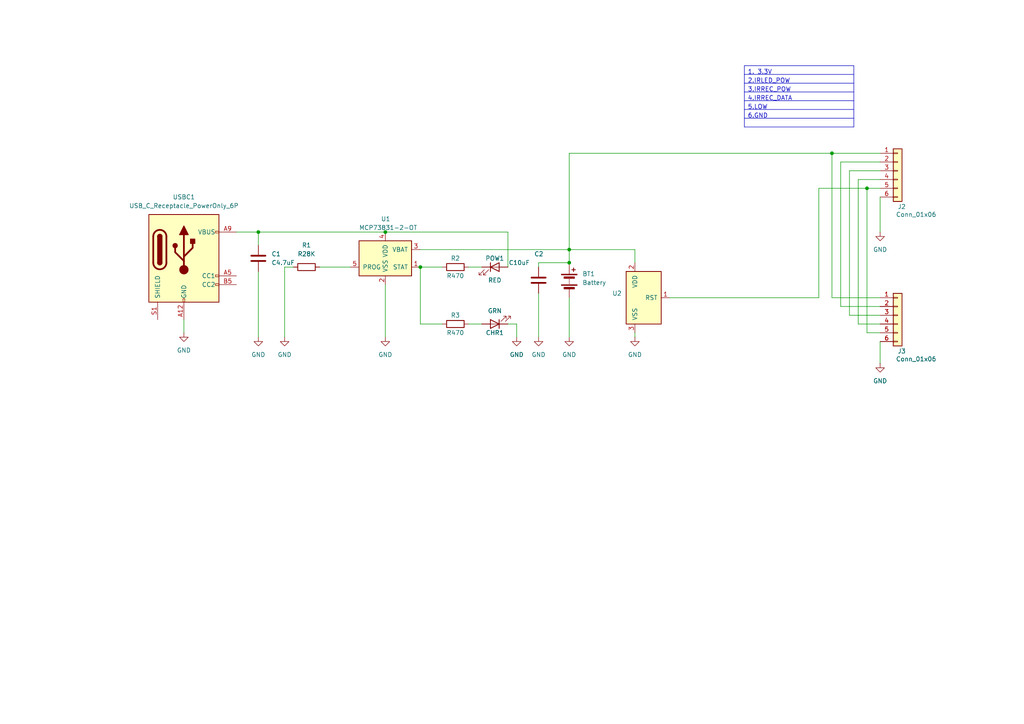
<source format=kicad_sch>
(kicad_sch (version 20250114) (generator "eeschema") (generator_version "9.0")
  (paper "A4")
  (lib_symbols
    (symbol "Battery_Management:MCP73831-2-OT" (pin_names (offset 1.016))
      (property "Reference" "U" (at -7.62 6.35 0))
      (property "Value" "MCP73831-2-OT" (at 1.27 6.35 0))
      (symbol "MCP73831-2-OT_0_1"
        (rectangle (start -7.62 5.08) (end 7.62 -5.08) (stroke (width 0.254)) (fill (type background)))
      )
      (symbol "MCP73831-2-OT_1_1"
        (pin input line (at -10.16 -2.54 0) (length 2.54) (name "PROG") (number "5"))
        (pin power_in line (at 0 7.62 270) (length 2.54) (name "VDD") (number "4"))
        (pin power_in line (at 0 -7.62 90) (length 2.54) (name "VSS") (number "2"))
        (pin power_out line (at 10.16 2.54 180) (length 2.54) (name "VBAT") (number "3"))
        (pin output line (at 10.16 -2.54 180) (length 2.54) (name "STAT") (number "1"))
      )
    )
    (symbol "Connector:USB_C_Receptacle_PowerOnly_6P" (pin_names (offset 1.016))
      (property "Reference" "J" (at 0 16.51 0))
      (property "Value" "USB_C_Receptacle_PowerOnly_6P" (at 0 13.97 0))
      (symbol "USB_C_Receptacle_PowerOnly_6P_0_0"
        (rectangle (start -0.254 -12.7) (end 0.254 -11.684))
        (rectangle (start 10.16 7.874) (end 9.144 7.366))
        (rectangle (start 10.16 -4.826) (end 9.144 -5.334))
        (rectangle (start 10.16 -7.366) (end 9.144 -7.874))
      )
      (symbol "USB_C_Receptacle_PowerOnly_6P_0_1"
        (rectangle (start -10.16 12.7) (end 10.16 -12.7) (stroke (width 0.254)) (fill (type background)))
        (polyline (pts (xy -8.89 -1.27) (xy -8.89 6.35)) (stroke (width 0.508)))
        (rectangle (start -7.62 -1.27) (end -6.35 6.35) (stroke (width 0.254)) (fill (type outline)))
        (arc (start -7.62 6.35) (mid -6.985 6.9822) (end -6.35 6.35) (stroke (width 0.254)))
        (arc (start -7.62 6.35) (mid -6.985 6.9822) (end -6.35 6.35) (stroke (width 0.254)) (fill (type outline)))
        (arc (start -8.89 6.35) (mid -6.985 8.2466) (end -5.08 6.35) (stroke (width 0.508)))
        (arc (start -5.08 -1.27) (mid -6.985 -3.1666) (end -8.89 -1.27) (stroke (width 0.508)))
        (arc (start -6.35 -1.27) (mid -6.985 -1.9022) (end -7.62 -1.27) (stroke (width 0.254)))
        (arc (start -6.35 -1.27) (mid -6.985 -1.9022) (end -7.62 -1.27) (stroke (width 0.254)) (fill (type outline)))
        (polyline (pts (xy -5.08 6.35) (xy -5.08 -1.27)) (stroke (width 0.508)))
        (circle (center -2.54 3.683) (radius 0.635) (stroke (width 0.254)) (fill (type outline)))
        (polyline (pts (xy -1.27 6.858) (xy 0 9.398) (xy 1.27 6.858) (xy -1.27 6.858)) (stroke (width 0.254)) (fill (type outline)))
        (polyline (pts (xy 0 0.508) (xy 2.54 3.048) (xy 2.54 4.318)) (stroke (width 0.508)))
        (polyline (pts (xy 0 -0.762) (xy -2.54 1.778) (xy -2.54 3.048)) (stroke (width 0.508)))
        (polyline (pts (xy 0 -3.302) (xy 0 6.858)) (stroke (width 0.508)))
        (circle (center 0 -3.302) (radius 1.27) (fill (type outline)))
        (rectangle (start 1.905 4.318) (end 3.175 5.588) (stroke (width 0.254)) (fill (type outline)))
      )
      (symbol "USB_C_Receptacle_PowerOnly_6P_1_1"
        (pin passive line (at -7.62 -17.78 90) (length 5.08) (name "SHIELD") (number "S1"))
        (pin passive line (at 0 -17.78 90) (length 5.08) (name "GND") (number "A12"))
        (pin passive line (at 0 -17.78 90) (length 5.08) (hide yes) (name "GND") (number "B12"))
        (pin passive line (at 15.24 7.62 180) (length 5.08) (name "VBUS") (number "A9"))
        (pin passive line (at 15.24 7.62 180) (length 5.08) (hide yes) (name "VBUS") (number "B9"))
        (pin bidirectional line (at 15.24 -5.08 180) (length 5.08) (name "CC1") (number "A5"))
        (pin bidirectional line (at 15.24 -7.62 180) (length 5.08) (name "CC2") (number "B5"))
      )
    )
    (symbol "Connector_Generic:Conn_01x06" (pin_names (offset 1.016) (hide yes))
      (property "Reference" "J" (at 0 7.62 0))
      (property "Value" "Conn_01x06" (at 0 -10.16 0))
      (symbol "Conn_01x06_1_1"
        (rectangle (start -1.27 6.35) (end 1.27 -8.89) (stroke (width 0.254)) (fill (type background)))
        (rectangle (start -1.27 5.207) (end 0 4.953) (stroke (width 0.1524)))
        (rectangle (start -1.27 2.667) (end 0 2.413) (stroke (width 0.1524)))
        (rectangle (start -1.27 0.127) (end 0 -0.127) (stroke (width 0.1524)))
        (rectangle (start -1.27 -2.413) (end 0 -2.667) (stroke (width 0.1524)))
        (rectangle (start -1.27 -4.953) (end 0 -5.207) (stroke (width 0.1524)))
        (rectangle (start -1.27 -7.493) (end 0 -7.747) (stroke (width 0.1524)))
        (pin passive line (at -5.08 5.08 0) (length 3.81) (name "Pin_1") (number "1"))
        (pin passive line (at -5.08 2.54 0) (length 3.81) (name "Pin_2") (number "2"))
        (pin passive line (at -5.08 0 0) (length 3.81) (name "Pin_3") (number "3"))
        (pin passive line (at -5.08 -2.54 0) (length 3.81) (name "Pin_4") (number "4"))
        (pin passive line (at -5.08 -5.08 0) (length 3.81) (name "Pin_5") (number "5"))
        (pin passive line (at -5.08 -7.62 0) (length 3.81) (name "Pin_6") (number "6"))
      )
    )
    (symbol "Device:Battery" (pin_numbers (hide yes)) (pin_names (offset 0) (hide yes))
      (property "Reference" "BT" (at 2.54 2.54 0))
      (property "Value" "Battery" (at 2.54 0 0))
      (symbol "Battery_0_1"
        (rectangle (start -2.286 1.778) (end 2.286 1.524) (fill (type outline)))
        (rectangle (start -2.286 -1.27) (end 2.286 -1.524) (fill (type outline)))
        (rectangle (start -1.524 1.016) (end 1.524 0.508) (fill (type outline)))
        (rectangle (start -1.524 -2.032) (end 1.524 -2.54) (fill (type outline)))
        (polyline (pts (xy 0 1.778) (xy 0 2.54)))
        (polyline (pts (xy 0 0) (xy 0 0.254)))
        (polyline (pts (xy 0 -0.508) (xy 0 -0.254)))
        (polyline (pts (xy 0 -1.016) (xy 0 -0.762)))
        (polyline (pts (xy 0.762 3.048) (xy 1.778 3.048)) (stroke (width 0.254)))
        (polyline (pts (xy 1.27 3.556) (xy 1.27 2.54)) (stroke (width 0.254)))
      )
      (symbol "Battery_1_1"
        (pin passive line (at 0 5.08 270) (length 2.54) (name "+") (number "1"))
        (pin passive line (at 0 -5.08 90) (length 2.54) (name "-") (number "2"))
      )
    )
    (symbol "Device:C" (pin_numbers (hide yes)) (pin_names (offset 0.254))
      (property "Reference" "C" (at 0.635 2.54 0))
      (property "Value" "C" (at 0.635 -2.54 0))
      (symbol "C_0_1"
        (polyline (pts (xy -2.032 0.762) (xy 2.032 0.762)) (stroke (width 0.508)))
        (polyline (pts (xy -2.032 -0.762) (xy 2.032 -0.762)) (stroke (width 0.508)))
      )
      (symbol "C_1_1"
        (pin passive line (at 0 3.81 270) (length 2.794) (name "~") (number "1"))
        (pin passive line (at 0 -3.81 90) (length 2.794) (name "~") (number "2"))
      )
    )
    (symbol "Device:LED" (pin_numbers (hide yes)) (pin_names (offset 1.016) (hide yes))
      (property "Reference" "D" (at 0 2.54 0))
      (property "Value" "LED" (at 0 -2.54 0))
      (symbol "LED_0_1"
        (polyline (pts (xy -3.048 -0.762) (xy -4.572 -2.286) (xy -3.81 -2.286) (xy -4.572 -2.286) (xy -4.572 -1.524)))
        (polyline (pts (xy -1.778 -0.762) (xy -3.302 -2.286) (xy -2.54 -2.286) (xy -3.302 -2.286) (xy -3.302 -1.524)))
        (polyline (pts (xy -1.27 0) (xy 1.27 0)))
        (polyline (pts (xy -1.27 -1.27) (xy -1.27 1.27)) (stroke (width 0.254)))
        (polyline (pts (xy 1.27 -1.27) (xy 1.27 1.27) (xy -1.27 0) (xy 1.27 -1.27)) (stroke (width 0.254)))
      )
      (symbol "LED_1_1"
        (pin passive line (at -3.81 0 0) (length 2.54) (name "K") (number "1"))
        (pin passive line (at 3.81 0 180) (length 2.54) (name "A") (number "2"))
      )
    )
    (symbol "Device:R" (pin_numbers (hide yes)) (pin_names (offset 0))
      (property "Reference" "R" (at 2.032 0 90))
      (property "Value" "R" (at 0 0 90))
      (symbol "R_0_1"
        (rectangle (start -1.016 -2.54) (end 1.016 2.54) (stroke (width 0.254)))
      )
      (symbol "R_1_1"
        (pin passive line (at 0 3.81 270) (length 1.27) (name "~") (number "1"))
        (pin passive line (at 0 -3.81 90) (length 1.27) (name "~") (number "2"))
      )
    )
    (symbol "GND_1" (power) (pin_numbers (hide yes)) (pin_names (offset 0) (hide yes))
      (property "Value" "GND" (at 0 -3.81 0))
      (symbol "GND_1_0_1"
        (polyline (pts (xy 0 0) (xy 0 -1.27) (xy 1.27 -1.27) (xy 0 -2.54) (xy -1.27 -1.27) (xy 0 -1.27)))
      )
      (symbol "GND_1_1_1"
        (pin power_in line (at 0 0 270) (length 0) (name "~") (number "1"))
      )
    )
    (symbol "GND_2" (power) (pin_numbers (hide yes)) (pin_names (offset 0) (hide yes))
      (property "Value" "GND" (at 0 -3.81 0))
      (symbol "GND_2_0_1"
        (polyline (pts (xy 0 0) (xy 0 -1.27) (xy 1.27 -1.27) (xy 0 -2.54) (xy -1.27 -1.27) (xy 0 -1.27)))
      )
      (symbol "GND_2_1_1"
        (pin power_in line (at 0 0 270) (length 0) (name "~") (number "1"))
      )
    )
    (symbol "Power_Supervisor:MCP101-300D" (pin_names (offset 1.016))
      (property "Reference" "U" (at 0 8.89 0))
      (property "Value" "MCP101-300D" (at -1.27 -8.89 0))
      (symbol "MCP101-300D_1_1"
        (rectangle (start -5.08 7.62) (end 5.08 -7.62) (stroke (width 0.254)) (fill (type background)))
        (pin power_in line (at -2.54 10.16 270) (length 2.54) (name "VDD") (number "2"))
        (pin power_in line (at -2.54 -10.16 90) (length 2.54) (name "VSS") (number "3"))
        (pin output line (at 7.62 0 180) (length 2.54) (name "RST") (number "1"))
      )
    )
    (symbol "power:GND" (power) (pin_names (offset 0))
      (property "Value" "GND" (at 0 -3.81 0))
      (symbol "GND_0_1"
        (polyline (pts (xy 0 0) (xy 0 -1.27) (xy 1.27 -1.27) (xy 0 -2.54) (xy -1.27 -1.27) (xy 0 -1.27)))
      )
      (symbol "GND_1_1"
        (pin power_in line (at 0 0 270) (length 0) (hide yes) (name "GND") (number "1"))
      )
    )
  )
  (junction (at 241.3 44.45))
  (junction (at 121.92 77.47))
  (junction (at 111.76 67.31))
  (junction (at 165.1 72.39))
  (junction (at 251.46 54.61))
  (junction (at 74.93 67.31))
  (junction (at 165.1 76.2))
  (wire (pts (xy 237.49 86.36) (xy 237.49 54.61)))
  (wire (pts (xy 147.32 93.98) (xy 149.86 93.98)))
  (wire (pts (xy 135.89 93.98) (xy 139.7 93.98)))
  (wire (pts (xy 255.27 49.53) (xy 246.38 49.53)))
  (wire (pts (xy 243.84 88.9) (xy 243.84 46.99)))
  (wire (pts (xy 165.1 72.39) (xy 184.15 72.39)))
  (wire (pts (xy 194.31 86.36) (xy 237.49 86.36)))
  (wire (pts (xy 111.76 67.31) (xy 147.32 67.31)))
  (wire (pts (xy 248.92 52.07) (xy 248.92 93.98)))
  (wire (pts (xy 156.21 77.47) (xy 156.21 76.2)))
  (wire (pts (xy 121.92 72.39) (xy 165.1 72.39)))
  (wire (pts (xy 255.27 88.9) (xy 243.84 88.9)))
  (wire (pts (xy 251.46 96.52) (xy 255.27 96.52)))
  (wire (pts (xy 184.15 97.79) (xy 184.15 96.52)))
  (wire (pts (xy 243.84 46.99) (xy 255.27 46.99)))
  (wire (pts (xy 53.34 92.71) (xy 53.34 96.52)))
  (wire (pts (xy 255.27 54.61) (xy 251.46 54.61)))
  (wire (pts (xy 248.92 93.98) (xy 255.27 93.98)))
  (wire (pts (xy 68.58 67.31) (xy 74.93 67.31)))
  (wire (pts (xy 184.15 76.2) (xy 184.15 72.39)))
  (wire (pts (xy 156.21 85.09) (xy 156.21 97.79)))
  (wire (pts (xy 147.32 77.47) (xy 147.32 67.31)))
  (wire (pts (xy 121.92 93.98) (xy 121.92 77.47)))
  (wire (pts (xy 255.27 105.41) (xy 255.27 99.06)))
  (wire (pts (xy 82.55 77.47) (xy 82.55 97.79)))
  (wire (pts (xy 237.49 54.61) (xy 251.46 54.61)))
  (wire (pts (xy 165.1 86.36) (xy 165.1 97.79)))
  (wire (pts (xy 156.21 76.2) (xy 165.1 76.2)))
  (wire (pts (xy 85.09 77.47) (xy 82.55 77.47)))
  (wire (pts (xy 165.1 44.45) (xy 241.3 44.45)))
  (wire (pts (xy 74.93 78.74) (xy 74.93 97.79)))
  (wire (pts (xy 165.1 76.2) (xy 165.1 72.39)))
  (wire (pts (xy 149.86 93.98) (xy 149.86 97.79)))
  (wire (pts (xy 165.1 44.45) (xy 165.1 72.39)))
  (wire (pts (xy 74.93 67.31) (xy 111.76 67.31)))
  (wire (pts (xy 135.89 77.47) (xy 139.7 77.47)))
  (wire (pts (xy 121.92 77.47) (xy 128.27 77.47)))
  (wire (pts (xy 92.71 77.47) (xy 101.6 77.47)))
  (wire (pts (xy 128.27 93.98) (xy 121.92 93.98)))
  (wire (pts (xy 255.27 52.07) (xy 248.92 52.07)))
  (wire (pts (xy 74.93 67.31) (xy 74.93 71.12)))
  (wire (pts (xy 241.3 86.36) (xy 241.3 44.45)))
  (wire (pts (xy 246.38 49.53) (xy 246.38 91.44)))
  (wire (pts (xy 111.76 82.55) (xy 111.76 97.79)))
  (wire (pts (xy 241.3 44.45) (xy 255.27 44.45)))
  (wire (pts (xy 255.27 86.36) (xy 241.3 86.36)))
  (wire (pts (xy 251.46 54.61) (xy 251.46 96.52)))
  (wire (pts (xy 246.38 91.44) (xy 255.27 91.44)))
  (wire (pts (xy 255.27 57.15) (xy 255.27 67.31)))
  (table (column_count 1) (border (external yes) (header yes)) (separators (rows yes) (cols yes)) (column_widths 31.75) (row_heights 2.54 2.54 2.54 2.54 2.54 2.54 2.54) (cells (table_cell "1. 3.3V" (at 215.9 19.05 0) (size 31.75 2.54) (margins 0.9525 0.9525 0.9525 0.9525) (span 1 1)) (table_cell "2.IRLED_POW" (at 215.9 21.59 0) (size 31.75 2.54) (margins 0.9525 0.9525 0.9525 0.9525) (span 1 1)) (table_cell "3.IRREC_POW" (at 215.9 24.13 0) (size 31.75 2.54) (margins 0.9525 0.9525 0.9525 0.9525) (span 1 1)) (table_cell "4.IRREC_DATA" (at 215.9 26.67 0) (size 31.75 2.54) (margins 0.9525 0.9525 0.9525 0.9525) (span 1 1)) (table_cell "5.LOW" (at 215.9 29.21 0) (size 31.75 2.54) (margins 0.9525 0.9525 0.9525 0.9525) (span 1 1)) (table_cell "6.GND" (at 215.9 31.75 0) (size 31.75 2.54) (margins 0.9525 0.9525 0.9525 0.9525) (span 1 1)) (table_cell "" (at 215.9 34.29 0) (size 31.75 2.54) (margins 0.9525 0.9525 0.9525 0.9525) (span 1 1))))
  (symbol (lib_id "Device:Battery") (at 165.1 81.28 0) (unit 1)
    (property "Reference" "BT1" (at 168.91 79.4384 0) (effects (justify left)))
    (property "Value" "Battery" (at 168.91 81.9784 0) (effects (justify left)))
    (property "Footprint" "Battery:BatteryHolder_MPD_BC2003_1x2032" (effects (hide yes)))
    (property "Description" "Multiple-cell battery" (effects (hide yes)))
  )
  (symbol (lib_id "Device:C") (at 156.21 81.28 0) (unit 1)
    (property "Reference" "C2" (at 154.94 73.66 0) (effects (justify left)))
    (property "Value" "C10uF" (at 153.67 76.2 0) (effects (justify right)))
    (property "Footprint" "Resistor_SMD:R_0603_1608Metric" (effects (hide yes)))
  )
  (symbol (lib_name "GND_2") (lib_id "power:GND") (at 255.27 67.31 0) (unit 1)
    (property "Reference" "#PWR010" (effects (hide yes)))
    (property "Value" "GND" (at 255.27 72.39 0))
    (property "Description" "Power symbol creates a global label with name \"GND\" , ground" (effects (hide yes)))
  )
  (symbol (lib_id "power:GND") (at 111.76 97.79 0) (unit 1)
    (property "Reference" "#PWR05" (effects (hide yes)))
    (property "Value" "GND" (at 111.76 102.87 0))
  )
  (symbol (lib_id "Connector_Generic:Conn_01x06") (at 260.35 49.53 0) (unit 1)
    (property "Reference" "J2" (at 260.35 59.944 0) (effects (justify left)))
    (property "Value" "Conn_01x06" (at 259.842 62.23 0) (effects (justify left)))
    (property "Footprint" "Connector_FFC-FPC:TE_0-1734839-6_1x06-1MP_P0.5mm_Horizontal" (effects (hide yes)))
    (property "Description" "Generic connector, single row, 01x06, script generated (kicad-library-utils/schlib/autogen/connector/)" (effects (hide yes)))
  )
  (symbol (lib_id "power:GND") (at 149.86 97.79 0) (unit 1)
    (property "Reference" "#PWR06" (effects (hide yes)))
    (property "Value" "GND" (at 149.86 102.87 0))
  )
  (symbol (lib_id "Device:R") (at 132.08 93.98 90) (unit 1)
    (property "Reference" "R3" (at 132.08 91.44 90))
    (property "Value" "R470" (at 132.08 96.52 90))
    (property "Footprint" "Resistor_SMD:R_0603_1608Metric" (effects (hide yes)))
  )
  (symbol (lib_id "Connector:USB_C_Receptacle_PowerOnly_6P") (at 53.34 74.93 0) (unit 1)
    (property "Reference" "USBC1" (at 53.34 57.15 0))
    (property "Value" "USB_C_Receptacle_PowerOnly_6P" (at 53.34 59.69 0))
    (property "Footprint" "Connector_USB:USB_C_Receptacle_GCT_USB4135-GF-A_6P_TopMnt_Horizontal" (effects (hide yes)))
    (property "Datasheet" "https://www.usb.org/sites/default/files/documents/usb_type-c.zip" (effects (hide yes)))
  )
  (symbol (lib_id "Power_Supervisor:MCP101-300D") (at 186.69 86.36 0) (unit 1)
    (property "Reference" "U2" (at 180.34 85.0899 0) (effects (justify right)))
    (property "Value" "MCP101-300D" (effects (hide yes)))
    (property "Footprint" "Package_TO_SOT_SMD:SOT-23" (effects (hide yes)))
    (property "Datasheet" "http://ww1.microchip.com/downloads/en/DeviceDoc/11187f.pdf" (effects (hide yes)))
    (property "Description" "Microcontroller reset monitor, 3.00V threshold, active high output" (effects (hide yes)))
  )
  (symbol (lib_id "power:GND") (at 82.55 97.79 0) (unit 1)
    (property "Reference" "#PWR04" (effects (hide yes)))
    (property "Value" "GND" (at 82.55 102.87 0))
  )
  (symbol (lib_id "Connector_Generic:Conn_01x06") (at 260.35 91.44 0) (unit 1)
    (property "Reference" "J3" (at 260.35 101.854 0) (effects (justify left)))
    (property "Value" "Conn_01x06" (at 259.842 104.14 0) (effects (justify left)))
    (property "Footprint" "Connector_FFC-FPC:TE_0-1734839-6_1x06-1MP_P0.5mm_Horizontal" (effects (hide yes)))
    (property "Description" "Generic connector, single row, 01x06, script generated (kicad-library-utils/schlib/autogen/connector/)" (effects (hide yes)))
  )
  (symbol (lib_name "GND_1") (lib_id "power:GND") (at 184.15 97.79 0) (unit 1)
    (property "Reference" "#PWR01" (effects (hide yes)))
    (property "Value" "GND" (at 184.15 102.87 0))
    (property "Description" "Power symbol creates a global label with name \"GND\" , ground" (effects (hide yes)))
  )
  (symbol (lib_id "power:GND") (at 156.21 97.79 0) (unit 1)
    (property "Reference" "#PWR07" (effects (hide yes)))
    (property "Value" "GND" (at 156.21 102.87 0))
  )
  (symbol (lib_name "GND_2") (lib_id "power:GND") (at 255.27 105.41 0) (unit 1)
    (property "Reference" "#PWR012" (effects (hide yes)))
    (property "Value" "GND" (at 255.27 110.49 0))
    (property "Description" "Power symbol creates a global label with name \"GND\" , ground" (effects (hide yes)))
  )
  (symbol (lib_id "power:GND") (at 165.1 97.79 0) (unit 1)
    (property "Reference" "#PWR08" (effects (hide yes)))
    (property "Value" "GND" (at 165.1 102.87 0))
  )
  (symbol (lib_id "Device:R") (at 88.9 77.47 90) (unit 1)
    (property "Reference" "R1" (at 88.9 71.12 90))
    (property "Value" "R28K" (at 88.9 73.66 90))
    (property "Footprint" "Resistor_SMD:R_0603_1608Metric" (effects (hide yes)))
  )
  (symbol (lib_id "power:GND") (at 53.34 96.52 0) (unit 1)
    (property "Reference" "#PWR014" (effects (hide yes)))
    (property "Value" "GND" (at 53.34 101.6 0))
  )
  (symbol (lib_id "Device:C") (at 74.93 74.93 0) (unit 1)
    (property "Reference" "C1" (at 78.74 73.6599 0) (effects (justify left)))
    (property "Value" "C4.7uF" (at 78.74 76.1999 0) (effects (justify left)))
    (property "Footprint" "Resistor_SMD:R_0603_1608Metric" (effects (hide yes)))
  )
  (symbol (lib_id "Device:R") (at 132.08 77.47 270) (unit 1)
    (property "Reference" "R2" (at 132.08 74.93 90))
    (property "Value" "R470" (at 132.08 80.01 90))
    (property "Footprint" "Resistor_SMD:R_0603_1608Metric" (effects (hide yes)))
  )
  (symbol (lib_id "Device:LED") (at 143.51 93.98 180) (unit 1)
    (property "Reference" "CHR1" (at 143.51 96.52 0))
    (property "Value" "GRN" (at 143.51 90.17 0))
    (property "Footprint" "LED_SMD:LED_0805_2012Metric" (effects (hide yes)))
  )
  (symbol (lib_id "power:GND") (at 74.93 97.79 0) (unit 1)
    (property "Reference" "#PWR03" (effects (hide yes)))
    (property "Value" "GND" (at 74.93 102.87 0))
  )
  (symbol (lib_id "Device:LED") (at 143.51 77.47 0) (unit 1)
    (property "Reference" "POW1" (at 143.51 74.93 0))
    (property "Value" "RED" (at 143.51 81.28 0))
    (property "Footprint" "LED_SMD:LED_0805_2012Metric" (effects (hide yes)))
  )
  (symbol (lib_id "Battery_Management:MCP73831-2-OT") (at 111.76 74.93 0) (unit 1)
    (property "Reference" "U1" (at 110.49 63.5 0) (effects (justify left)))
    (property "Value" "MCP73831-2-OT" (at 104.14 66.04 0) (effects (justify left)))
    (property "Footprint" "Package_TO_SOT_SMD:SOT-23-5" (effects (hide yes)))
    (property "Datasheet" "http://ww1.microchip.com/downloads/en/DeviceDoc/20001984g.pdf" (effects (hide yes)))
  )
)
</source>
